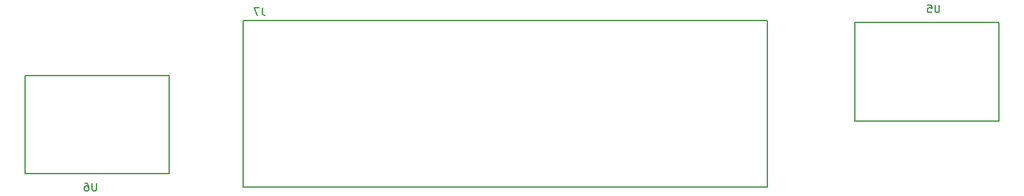
<source format=gbo>
G04 #@! TF.GenerationSoftware,KiCad,Pcbnew,5.0.2-bee76a0~70~ubuntu18.04.1*
G04 #@! TF.CreationDate,2019-11-25T08:18:34-05:00*
G04 #@! TF.ProjectId,interface,696e7465-7266-4616-9365-2e6b69636164,rev?*
G04 #@! TF.SameCoordinates,Original*
G04 #@! TF.FileFunction,Legend,Bot*
G04 #@! TF.FilePolarity,Positive*
%FSLAX46Y46*%
G04 Gerber Fmt 4.6, Leading zero omitted, Abs format (unit mm)*
G04 Created by KiCad (PCBNEW 5.0.2-bee76a0~70~ubuntu18.04.1) date Mon 25 Nov 2019 08:18:34 AM EST*
%MOMM*%
%LPD*%
G01*
G04 APERTURE LIST*
%ADD10C,0.150000*%
G04 APERTURE END LIST*
D10*
G04 #@! TO.C,U6*
X88082800Y-90569800D02*
X88082800Y-88569800D01*
X107082800Y-90569800D02*
X88082800Y-90569800D01*
X107082800Y-77569800D02*
X107082800Y-90569800D01*
X88082800Y-77569800D02*
X107082800Y-77569800D01*
X88082800Y-88569800D02*
X88082800Y-77569800D01*
G04 #@! TO.C,J7*
X116783600Y-92324200D02*
X185783600Y-92324200D01*
X185783600Y-92324200D02*
X185783600Y-70324200D01*
X185783600Y-70324200D02*
X116783600Y-70324200D01*
X116783600Y-70324200D02*
X116783600Y-92324200D01*
G04 #@! TO.C,U5*
X216323400Y-72618400D02*
X216323400Y-83618400D01*
X216323400Y-83618400D02*
X197323400Y-83618400D01*
X197323400Y-83618400D02*
X197323400Y-70618400D01*
X197323400Y-70618400D02*
X216323400Y-70618400D01*
X216323400Y-70618400D02*
X216323400Y-72618400D01*
G04 #@! TO.C,U6*
X97478704Y-91832180D02*
X97478704Y-92641704D01*
X97431085Y-92736942D01*
X97383466Y-92784561D01*
X97288228Y-92832180D01*
X97097752Y-92832180D01*
X97002514Y-92784561D01*
X96954895Y-92736942D01*
X96907276Y-92641704D01*
X96907276Y-91832180D01*
X96002514Y-91832180D02*
X96192990Y-91832180D01*
X96288228Y-91879800D01*
X96335847Y-91927419D01*
X96431085Y-92070276D01*
X96478704Y-92260752D01*
X96478704Y-92641704D01*
X96431085Y-92736942D01*
X96383466Y-92784561D01*
X96288228Y-92832180D01*
X96097752Y-92832180D01*
X96002514Y-92784561D01*
X95954895Y-92736942D01*
X95907276Y-92641704D01*
X95907276Y-92403609D01*
X95954895Y-92308371D01*
X96002514Y-92260752D01*
X96097752Y-92213133D01*
X96288228Y-92213133D01*
X96383466Y-92260752D01*
X96431085Y-92308371D01*
X96478704Y-92403609D01*
G04 #@! TO.C,J7*
X119306933Y-68616580D02*
X119306933Y-69330866D01*
X119354552Y-69473723D01*
X119449790Y-69568961D01*
X119592647Y-69616580D01*
X119687885Y-69616580D01*
X118925980Y-68616580D02*
X118259314Y-68616580D01*
X118687885Y-69616580D01*
G04 #@! TO.C,U5*
X208451304Y-68260780D02*
X208451304Y-69070304D01*
X208403685Y-69165542D01*
X208356066Y-69213161D01*
X208260828Y-69260780D01*
X208070352Y-69260780D01*
X207975114Y-69213161D01*
X207927495Y-69165542D01*
X207879876Y-69070304D01*
X207879876Y-68260780D01*
X206927495Y-68260780D02*
X207403685Y-68260780D01*
X207451304Y-68736971D01*
X207403685Y-68689352D01*
X207308447Y-68641733D01*
X207070352Y-68641733D01*
X206975114Y-68689352D01*
X206927495Y-68736971D01*
X206879876Y-68832209D01*
X206879876Y-69070304D01*
X206927495Y-69165542D01*
X206975114Y-69213161D01*
X207070352Y-69260780D01*
X207308447Y-69260780D01*
X207403685Y-69213161D01*
X207451304Y-69165542D01*
G04 #@! TD*
M02*

</source>
